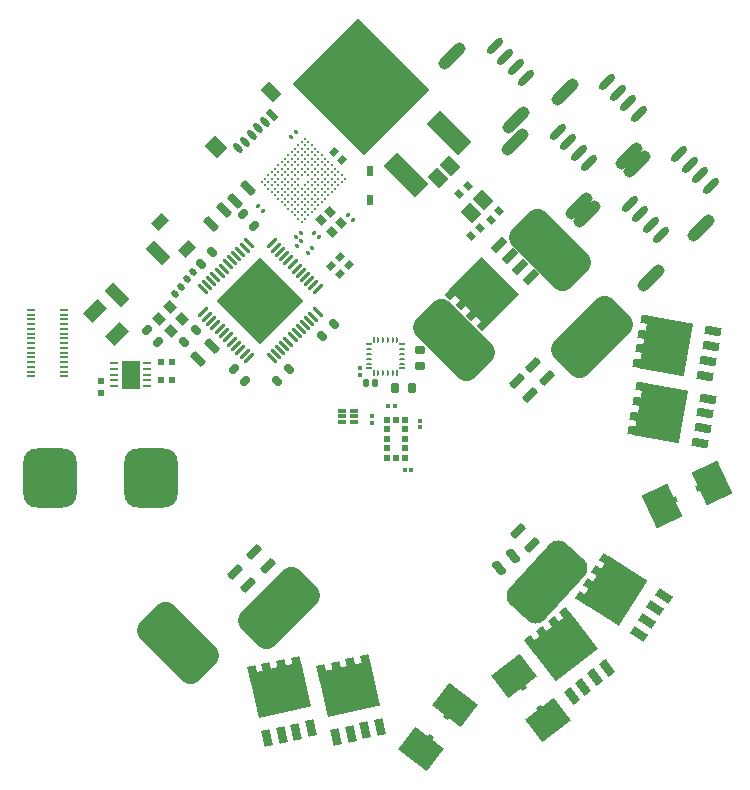
<source format=gtp>
G04 Layer_Color=8421504*
%FSLAX44Y44*%
%MOMM*%
G71*
G01*
G75*
%ADD13C,0.1905*%
G04:AMPARAMS|DCode=14|XSize=4mm|YSize=7mm|CornerRadius=1mm|HoleSize=0mm|Usage=FLASHONLY|Rotation=135.000|XOffset=0mm|YOffset=0mm|HoleType=Round|Shape=RoundedRectangle|*
%AMROUNDEDRECTD14*
21,1,4.0000,5.0000,0,0,135.0*
21,1,2.0000,7.0000,0,0,135.0*
1,1,2.0000,1.0607,2.4749*
1,1,2.0000,2.4749,1.0607*
1,1,2.0000,-1.0607,-2.4749*
1,1,2.0000,-2.4749,-1.0607*
%
%ADD14ROUNDEDRECTD14*%
G04:AMPARAMS|DCode=15|XSize=0.508mm|YSize=0.6096mm|CornerRadius=0.127mm|HoleSize=0mm|Usage=FLASHONLY|Rotation=225.000|XOffset=0mm|YOffset=0mm|HoleType=Round|Shape=RoundedRectangle|*
%AMROUNDEDRECTD15*
21,1,0.5080,0.3556,0,0,225.0*
21,1,0.2540,0.6096,0,0,225.0*
1,1,0.2540,-0.2155,0.0359*
1,1,0.2540,-0.0359,0.2155*
1,1,0.2540,0.2155,-0.0359*
1,1,0.2540,0.0359,-0.2155*
%
%ADD15ROUNDEDRECTD15*%
G04:AMPARAMS|DCode=16|XSize=4mm|YSize=7mm|CornerRadius=1mm|HoleSize=0mm|Usage=FLASHONLY|Rotation=225.000|XOffset=0mm|YOffset=0mm|HoleType=Round|Shape=RoundedRectangle|*
%AMROUNDEDRECTD16*
21,1,4.0000,5.0000,0,0,225.0*
21,1,2.0000,7.0000,0,0,225.0*
1,1,2.0000,-2.4749,1.0607*
1,1,2.0000,-1.0607,2.4749*
1,1,2.0000,2.4749,-1.0607*
1,1,2.0000,1.0607,-2.4749*
%
%ADD16ROUNDEDRECTD16*%
G04:AMPARAMS|DCode=17|XSize=1.62mm|YSize=3.81mm|CornerRadius=0mm|HoleSize=0mm|Usage=FLASHONLY|Rotation=225.000|XOffset=0mm|YOffset=0mm|HoleType=Round|Shape=Rectangle|*
%AMROTATEDRECTD17*
4,1,4,-0.7743,1.9198,1.9198,-0.7743,0.7743,-1.9198,-1.9198,0.7743,-0.7743,1.9198,0.0*
%
%ADD17ROTATEDRECTD17*%

G04:AMPARAMS|DCode=18|XSize=7.87mm|YSize=8.51mm|CornerRadius=0mm|HoleSize=0mm|Usage=FLASHONLY|Rotation=225.000|XOffset=0mm|YOffset=0mm|HoleType=Round|Shape=Rectangle|*
%AMROTATEDRECTD18*
4,1,4,-0.2263,5.7912,5.7912,-0.2263,0.2263,-5.7912,-5.7912,0.2263,-0.2263,5.7912,0.0*
%
%ADD18ROTATEDRECTD18*%

G04:AMPARAMS|DCode=19|XSize=3.85mm|YSize=4.52mm|CornerRadius=0mm|HoleSize=0mm|Usage=FLASHONLY|Rotation=102.602|XOffset=0mm|YOffset=0mm|HoleType=Round|Shape=Rectangle|*
%AMROTATEDRECTD19*
4,1,4,2.6255,-1.3856,-1.7856,-2.3717,-2.6255,1.3856,1.7856,2.3717,2.6255,-1.3856,0.0*
%
%ADD19ROTATEDRECTD19*%

G04:AMPARAMS|DCode=20|XSize=0.71mm|YSize=1.37mm|CornerRadius=0mm|HoleSize=0mm|Usage=FLASHONLY|Rotation=192.602|XOffset=0mm|YOffset=0mm|HoleType=Round|Shape=Rectangle|*
%AMROTATEDRECTD20*
4,1,4,0.1970,0.7460,0.4959,-0.5910,-0.1970,-0.7460,-0.4959,0.5910,0.1970,0.7460,0.0*
%
%ADD20ROTATEDRECTD20*%

G04:AMPARAMS|DCode=21|XSize=3.05mm|YSize=2.4mm|CornerRadius=0mm|HoleSize=0mm|Usage=FLASHONLY|Rotation=142.500|XOffset=0mm|YOffset=0mm|HoleType=Round|Shape=Rectangle|*
%AMROTATEDRECTD21*
4,1,4,1.9404,0.0237,0.4793,-1.8804,-1.9404,-0.0237,-0.4793,1.8804,1.9404,0.0237,0.0*
%
%ADD21ROTATEDRECTD21*%

%ADD22P,0.7071X4X187.5*%
G04:AMPARAMS|DCode=23|XSize=3.05mm|YSize=2.4mm|CornerRadius=0mm|HoleSize=0mm|Usage=FLASHONLY|Rotation=217.500|XOffset=0mm|YOffset=0mm|HoleType=Round|Shape=Rectangle|*
%AMROTATEDRECTD23*
4,1,4,0.4793,1.8804,1.9404,-0.0237,-0.4793,-1.8804,-1.9404,0.0237,0.4793,1.8804,0.0*
%
%ADD23ROTATEDRECTD23*%

%ADD24P,0.7071X4X262.5*%
G04:AMPARAMS|DCode=25|XSize=3.85mm|YSize=4.52mm|CornerRadius=0mm|HoleSize=0mm|Usage=FLASHONLY|Rotation=127.500|XOffset=0mm|YOffset=0mm|HoleType=Round|Shape=Rectangle|*
%AMROTATEDRECTD25*
4,1,4,2.9649,-0.1514,-0.6211,-2.9030,-2.9649,0.1514,0.6211,2.9030,2.9649,-0.1514,0.0*
%
%ADD25ROTATEDRECTD25*%

G04:AMPARAMS|DCode=26|XSize=0.71mm|YSize=1.37mm|CornerRadius=0mm|HoleSize=0mm|Usage=FLASHONLY|Rotation=217.500|XOffset=0mm|YOffset=0mm|HoleType=Round|Shape=Rectangle|*
%AMROTATEDRECTD26*
4,1,4,-0.1354,0.7596,0.6986,-0.3273,0.1354,-0.7596,-0.6986,0.3273,-0.1354,0.7596,0.0*
%
%ADD26ROTATEDRECTD26*%

G04:AMPARAMS|DCode=27|XSize=4mm|YSize=7mm|CornerRadius=1mm|HoleSize=0mm|Usage=FLASHONLY|Rotation=317.500|XOffset=0mm|YOffset=0mm|HoleType=Round|Shape=RoundedRectangle|*
%AMROUNDEDRECTD27*
21,1,4.0000,5.0000,0,0,317.5*
21,1,2.0000,7.0000,0,0,317.5*
1,1,2.0000,-0.9517,-2.5188*
1,1,2.0000,-2.4263,-1.1676*
1,1,2.0000,0.9517,2.5188*
1,1,2.0000,2.4263,1.1676*
%
%ADD27ROUNDEDRECTD27*%
G04:AMPARAMS|DCode=28|XSize=0.7112mm|YSize=1.3208mm|CornerRadius=0.1778mm|HoleSize=0mm|Usage=FLASHONLY|Rotation=135.000|XOffset=0mm|YOffset=0mm|HoleType=Round|Shape=RoundedRectangle|*
%AMROUNDEDRECTD28*
21,1,0.7112,0.9652,0,0,135.0*
21,1,0.3556,1.3208,0,0,135.0*
1,1,0.3556,0.2155,0.4670*
1,1,0.3556,0.4670,0.2155*
1,1,0.3556,-0.2155,-0.4670*
1,1,0.3556,-0.4670,-0.2155*
%
%ADD28ROUNDEDRECTD28*%
G04:AMPARAMS|DCode=29|XSize=3.05mm|YSize=2.4mm|CornerRadius=0mm|HoleSize=0mm|Usage=FLASHONLY|Rotation=295.000|XOffset=0mm|YOffset=0mm|HoleType=Round|Shape=Rectangle|*
%AMROTATEDRECTD29*
4,1,4,-1.7321,0.8750,0.4431,1.8893,1.7321,-0.8750,-0.4431,-1.8893,-1.7321,0.8750,0.0*
%
%ADD29ROTATEDRECTD29*%

%ADD30P,0.7071X4X340.0*%
G04:AMPARAMS|DCode=32|XSize=0.7112mm|YSize=1.3208mm|CornerRadius=0.1778mm|HoleSize=0mm|Usage=FLASHONLY|Rotation=135.000|XOffset=0mm|YOffset=0mm|HoleType=Round|Shape=RoundedRectangle|*
%AMROUNDEDRECTD32*
21,1,0.7112,0.9652,0,0,135.0*
21,1,0.3556,1.3208,0,0,135.0*
1,1,0.3556,0.2155,0.4670*
1,1,0.3556,0.4670,0.2155*
1,1,0.3556,-0.2155,-0.4670*
1,1,0.3556,-0.4670,-0.2155*
%
%ADD32ROUNDEDRECTD32*%
G04:AMPARAMS|DCode=33|XSize=0.508mm|YSize=0.6096mm|CornerRadius=0mm|HoleSize=0mm|Usage=FLASHONLY|Rotation=45.000|XOffset=0mm|YOffset=0mm|HoleType=Round|Shape=Rectangle|*
%AMROTATEDRECTD33*
4,1,4,0.0359,-0.3951,-0.3951,0.0359,-0.0359,0.3951,0.3951,-0.0359,0.0359,-0.3951,0.0*
%
%ADD33ROTATEDRECTD33*%

G04:AMPARAMS|DCode=34|XSize=1.4mm|YSize=1.1mm|CornerRadius=0mm|HoleSize=0mm|Usage=FLASHONLY|Rotation=135.000|XOffset=0mm|YOffset=0mm|HoleType=Round|Shape=Rectangle|*
%AMROTATEDRECTD34*
4,1,4,0.8839,-0.1061,0.1061,-0.8839,-0.8839,0.1061,-0.1061,0.8839,0.8839,-0.1061,0.0*
%
%ADD34ROTATEDRECTD34*%

G04:AMPARAMS|DCode=35|XSize=1.5mm|YSize=1.2mm|CornerRadius=0mm|HoleSize=0mm|Usage=FLASHONLY|Rotation=135.000|XOffset=0mm|YOffset=0mm|HoleType=Round|Shape=Rectangle|*
%AMROTATEDRECTD35*
4,1,4,0.9546,-0.1061,0.1061,-0.9546,-0.9546,0.1061,-0.1061,0.9546,0.9546,-0.1061,0.0*
%
%ADD35ROTATEDRECTD35*%

G04:AMPARAMS|DCode=36|XSize=0.5mm|YSize=1mm|CornerRadius=0.25mm|HoleSize=0mm|Usage=FLASHONLY|Rotation=45.000|XOffset=0mm|YOffset=0mm|HoleType=Round|Shape=RoundedRectangle|*
%AMROUNDEDRECTD36*
21,1,0.5000,0.5000,0,0,45.0*
21,1,0.0000,1.0000,0,0,45.0*
1,1,0.5000,0.1768,-0.1768*
1,1,0.5000,0.1768,-0.1768*
1,1,0.5000,-0.1768,0.1768*
1,1,0.5000,-0.1768,0.1768*
%
%ADD36ROUNDEDRECTD36*%
G04:AMPARAMS|DCode=37|XSize=0.5mm|YSize=1mm|CornerRadius=0mm|HoleSize=0mm|Usage=FLASHONLY|Rotation=45.000|XOffset=0mm|YOffset=0mm|HoleType=Round|Shape=Rectangle|*
%AMROTATEDRECTD37*
4,1,4,0.1768,-0.5303,-0.5303,0.1768,-0.1768,0.5303,0.5303,-0.1768,0.1768,-0.5303,0.0*
%
%ADD37ROTATEDRECTD37*%

G04:AMPARAMS|DCode=38|XSize=1.5mm|YSize=1mm|CornerRadius=0mm|HoleSize=0mm|Usage=FLASHONLY|Rotation=135.000|XOffset=0mm|YOffset=0mm|HoleType=Round|Shape=Rectangle|*
%AMROTATEDRECTD38*
4,1,4,0.8839,-0.1768,0.1768,-0.8839,-0.8839,0.1768,-0.1768,0.8839,0.8839,-0.1768,0.0*
%
%ADD38ROTATEDRECTD38*%

%ADD39R,0.6096X0.8128*%
G04:AMPARAMS|DCode=40|XSize=0.508mm|YSize=0.6096mm|CornerRadius=0mm|HoleSize=0mm|Usage=FLASHONLY|Rotation=315.000|XOffset=0mm|YOffset=0mm|HoleType=Round|Shape=Rectangle|*
%AMROTATEDRECTD40*
4,1,4,-0.3951,-0.0359,0.0359,0.3951,0.3951,0.0359,-0.0359,-0.3951,-0.3951,-0.0359,0.0*
%
%ADD40ROTATEDRECTD40*%

G04:AMPARAMS|DCode=41|XSize=0.32mm|YSize=0.36mm|CornerRadius=0.08mm|HoleSize=0mm|Usage=FLASHONLY|Rotation=45.000|XOffset=0mm|YOffset=0mm|HoleType=Round|Shape=RoundedRectangle|*
%AMROUNDEDRECTD41*
21,1,0.3200,0.2000,0,0,45.0*
21,1,0.1600,0.3600,0,0,45.0*
1,1,0.1600,0.1273,-0.0141*
1,1,0.1600,0.0141,-0.1273*
1,1,0.1600,-0.1273,0.0141*
1,1,0.1600,-0.0141,0.1273*
%
%ADD41ROUNDEDRECTD41*%
G04:AMPARAMS|DCode=42|XSize=0.75mm|YSize=0.6mm|CornerRadius=0mm|HoleSize=0mm|Usage=FLASHONLY|Rotation=315.000|XOffset=0mm|YOffset=0mm|HoleType=Round|Shape=Rectangle|*
%AMROTATEDRECTD42*
4,1,4,-0.4773,0.0530,-0.0530,0.4773,0.4773,-0.0530,0.0530,-0.4773,-0.4773,0.0530,0.0*
%
%ADD42ROTATEDRECTD42*%

G04:AMPARAMS|DCode=43|XSize=0.32mm|YSize=0.36mm|CornerRadius=0.08mm|HoleSize=0mm|Usage=FLASHONLY|Rotation=135.000|XOffset=0mm|YOffset=0mm|HoleType=Round|Shape=RoundedRectangle|*
%AMROUNDEDRECTD43*
21,1,0.3200,0.2000,0,0,135.0*
21,1,0.1600,0.3600,0,0,135.0*
1,1,0.1600,0.0141,0.1273*
1,1,0.1600,0.1273,0.0141*
1,1,0.1600,-0.0141,-0.1273*
1,1,0.1600,-0.1273,-0.0141*
%
%ADD43ROUNDEDRECTD43*%
G04:AMPARAMS|DCode=44|XSize=4.5mm|YSize=5mm|CornerRadius=1.125mm|HoleSize=0mm|Usage=FLASHONLY|Rotation=180.000|XOffset=0mm|YOffset=0mm|HoleType=Round|Shape=RoundedRectangle|*
%AMROUNDEDRECTD44*
21,1,4.5000,2.7500,0,0,180.0*
21,1,2.2500,5.0000,0,0,180.0*
1,1,2.2500,-1.1250,1.3750*
1,1,2.2500,1.1250,1.3750*
1,1,2.2500,1.1250,-1.3750*
1,1,2.2500,-1.1250,-1.3750*
%
%ADD44ROUNDEDRECTD44*%
G04:AMPARAMS|DCode=45|XSize=0.7112mm|YSize=1.3208mm|CornerRadius=0.1778mm|HoleSize=0mm|Usage=FLASHONLY|Rotation=45.296|XOffset=0mm|YOffset=0mm|HoleType=Round|Shape=RoundedRectangle|*
%AMROUNDEDRECTD45*
21,1,0.7112,0.9652,0,0,45.3*
21,1,0.3556,1.3208,0,0,45.3*
1,1,0.3556,0.4681,-0.2131*
1,1,0.3556,0.2179,-0.4658*
1,1,0.3556,-0.4681,0.2131*
1,1,0.3556,-0.2179,0.4658*
%
%ADD45ROUNDEDRECTD45*%
%ADD46P,7.3115X4X90.0*%
G04:AMPARAMS|DCode=47|XSize=0.25mm|YSize=1.25mm|CornerRadius=0mm|HoleSize=0mm|Usage=FLASHONLY|Rotation=45.000|XOffset=0mm|YOffset=0mm|HoleType=Round|Shape=Round|*
%AMOVALD47*
21,1,1.0000,0.2500,0.0000,0.0000,135.0*
1,1,0.2500,0.3535,-0.3535*
1,1,0.2500,-0.3535,0.3535*
%
%ADD47OVALD47*%

G04:AMPARAMS|DCode=48|XSize=0.25mm|YSize=1.25mm|CornerRadius=0mm|HoleSize=0mm|Usage=FLASHONLY|Rotation=135.000|XOffset=0mm|YOffset=0mm|HoleType=Round|Shape=Round|*
%AMOVALD48*
21,1,1.0000,0.2500,0.0000,0.0000,225.0*
1,1,0.2500,0.3535,0.3535*
1,1,0.2500,-0.3535,-0.3535*
%
%ADD48OVALD48*%

G04:AMPARAMS|DCode=49|XSize=0.6096mm|YSize=0.9144mm|CornerRadius=0.1524mm|HoleSize=0mm|Usage=FLASHONLY|Rotation=45.000|XOffset=0mm|YOffset=0mm|HoleType=Round|Shape=RoundedRectangle|*
%AMROUNDEDRECTD49*
21,1,0.6096,0.6096,0,0,45.0*
21,1,0.3048,0.9144,0,0,45.0*
1,1,0.3048,0.3233,-0.1078*
1,1,0.3048,0.1078,-0.3233*
1,1,0.3048,-0.3233,0.1078*
1,1,0.3048,-0.1078,0.3233*
%
%ADD49ROUNDEDRECTD49*%
G04:AMPARAMS|DCode=50|XSize=0.915mm|YSize=1.22mm|CornerRadius=0mm|HoleSize=0mm|Usage=FLASHONLY|Rotation=315.000|XOffset=0mm|YOffset=0mm|HoleType=Round|Shape=Rectangle|*
%AMROTATEDRECTD50*
4,1,4,-0.7548,-0.1078,0.1078,0.7548,0.7548,0.1078,-0.1078,-0.7548,-0.7548,-0.1078,0.0*
%
%ADD50ROTATEDRECTD50*%

G04:AMPARAMS|DCode=51|XSize=1.75mm|YSize=1.1mm|CornerRadius=0mm|HoleSize=0mm|Usage=FLASHONLY|Rotation=45.000|XOffset=0mm|YOffset=0mm|HoleType=Round|Shape=Rectangle|*
%AMROTATEDRECTD51*
4,1,4,-0.2298,-1.0076,-1.0076,-0.2298,0.2298,1.0076,1.0076,0.2298,-0.2298,-1.0076,0.0*
%
%ADD51ROTATEDRECTD51*%

G04:AMPARAMS|DCode=52|XSize=0.85mm|YSize=0.8mm|CornerRadius=0mm|HoleSize=0mm|Usage=FLASHONLY|Rotation=315.000|XOffset=0mm|YOffset=0mm|HoleType=Round|Shape=Rectangle|*
%AMROTATEDRECTD52*
4,1,4,-0.5834,0.0177,-0.0177,0.5834,0.5834,-0.0177,0.0177,-0.5834,-0.5834,0.0177,0.0*
%
%ADD52ROTATEDRECTD52*%

G04:AMPARAMS|DCode=53|XSize=0.6096mm|YSize=0.9144mm|CornerRadius=0.1524mm|HoleSize=0mm|Usage=FLASHONLY|Rotation=135.000|XOffset=0mm|YOffset=0mm|HoleType=Round|Shape=RoundedRectangle|*
%AMROUNDEDRECTD53*
21,1,0.6096,0.6096,0,0,135.0*
21,1,0.3048,0.9144,0,0,135.0*
1,1,0.3048,0.1078,0.3233*
1,1,0.3048,0.3233,0.1078*
1,1,0.3048,-0.1078,-0.3233*
1,1,0.3048,-0.3233,-0.1078*
%
%ADD53ROUNDEDRECTD53*%
G04:AMPARAMS|DCode=54|XSize=0.32mm|YSize=0.36mm|CornerRadius=0.08mm|HoleSize=0mm|Usage=FLASHONLY|Rotation=0.000|XOffset=0mm|YOffset=0mm|HoleType=Round|Shape=RoundedRectangle|*
%AMROUNDEDRECTD54*
21,1,0.3200,0.2000,0,0,0.0*
21,1,0.1600,0.3600,0,0,0.0*
1,1,0.1600,0.0800,-0.1000*
1,1,0.1600,-0.0800,-0.1000*
1,1,0.1600,-0.0800,0.1000*
1,1,0.1600,0.0800,0.1000*
%
%ADD54ROUNDEDRECTD54*%
G04:AMPARAMS|DCode=55|XSize=0.32mm|YSize=0.36mm|CornerRadius=0.08mm|HoleSize=0mm|Usage=FLASHONLY|Rotation=270.000|XOffset=0mm|YOffset=0mm|HoleType=Round|Shape=RoundedRectangle|*
%AMROUNDEDRECTD55*
21,1,0.3200,0.2000,0,0,270.0*
21,1,0.1600,0.3600,0,0,270.0*
1,1,0.1600,-0.1000,-0.0800*
1,1,0.1600,-0.1000,0.0800*
1,1,0.1600,0.1000,0.0800*
1,1,0.1600,0.1000,-0.0800*
%
%ADD55ROUNDEDRECTD55*%
%ADD56R,0.5000X0.5000*%
%ADD57R,0.5000X0.5000*%
%ADD58R,0.7300X0.3500*%
G04:AMPARAMS|DCode=59|XSize=0.508mm|YSize=0.6096mm|CornerRadius=0.127mm|HoleSize=0mm|Usage=FLASHONLY|Rotation=180.000|XOffset=0mm|YOffset=0mm|HoleType=Round|Shape=RoundedRectangle|*
%AMROUNDEDRECTD59*
21,1,0.5080,0.3556,0,0,180.0*
21,1,0.2540,0.6096,0,0,180.0*
1,1,0.2540,-0.1270,0.1778*
1,1,0.2540,0.1270,0.1778*
1,1,0.2540,0.1270,-0.1778*
1,1,0.2540,-0.1270,-0.1778*
%
%ADD59ROUNDEDRECTD59*%
G04:AMPARAMS|DCode=60|XSize=0.6096mm|YSize=0.9144mm|CornerRadius=0.1524mm|HoleSize=0mm|Usage=FLASHONLY|Rotation=0.000|XOffset=0mm|YOffset=0mm|HoleType=Round|Shape=RoundedRectangle|*
%AMROUNDEDRECTD60*
21,1,0.6096,0.6096,0,0,0.0*
21,1,0.3048,0.9144,0,0,0.0*
1,1,0.3048,0.1524,-0.3048*
1,1,0.3048,-0.1524,-0.3048*
1,1,0.3048,-0.1524,0.3048*
1,1,0.3048,0.1524,0.3048*
%
%ADD60ROUNDEDRECTD60*%
G04:AMPARAMS|DCode=61|XSize=0.6096mm|YSize=0.9144mm|CornerRadius=0.1524mm|HoleSize=0mm|Usage=FLASHONLY|Rotation=90.000|XOffset=0mm|YOffset=0mm|HoleType=Round|Shape=RoundedRectangle|*
%AMROUNDEDRECTD61*
21,1,0.6096,0.6096,0,0,90.0*
21,1,0.3048,0.9144,0,0,90.0*
1,1,0.3048,0.3048,0.1524*
1,1,0.3048,0.3048,-0.1524*
1,1,0.3048,-0.3048,-0.1524*
1,1,0.3048,-0.3048,0.1524*
%
%ADD61ROUNDEDRECTD61*%
G04:AMPARAMS|DCode=62|XSize=0.457mm|YSize=0.2286mm|CornerRadius=0.08mm|HoleSize=0mm|Usage=FLASHONLY|Rotation=270.000|XOffset=0mm|YOffset=0mm|HoleType=Round|Shape=RoundedRectangle|*
%AMROUNDEDRECTD62*
21,1,0.4570,0.0686,0,0,270.0*
21,1,0.2970,0.2286,0,0,270.0*
1,1,0.1600,-0.0343,-0.1485*
1,1,0.1600,-0.0343,0.1485*
1,1,0.1600,0.0343,0.1485*
1,1,0.1600,0.0343,-0.1485*
%
%ADD62ROUNDEDRECTD62*%
G04:AMPARAMS|DCode=63|XSize=0.457mm|YSize=0.2286mm|CornerRadius=0.0571mm|HoleSize=0mm|Usage=FLASHONLY|Rotation=270.000|XOffset=0mm|YOffset=0mm|HoleType=Round|Shape=RoundedRectangle|*
%AMROUNDEDRECTD63*
21,1,0.4570,0.1143,0,0,270.0*
21,1,0.3427,0.2286,0,0,270.0*
1,1,0.1143,-0.0571,-0.1714*
1,1,0.1143,-0.0571,0.1714*
1,1,0.1143,0.0571,0.1714*
1,1,0.1143,0.0571,-0.1714*
%
%ADD63ROUNDEDRECTD63*%
G04:AMPARAMS|DCode=64|XSize=0.457mm|YSize=0.2286mm|CornerRadius=0.1029mm|HoleSize=0mm|Usage=FLASHONLY|Rotation=270.000|XOffset=0mm|YOffset=0mm|HoleType=Round|Shape=RoundedRectangle|*
%AMROUNDEDRECTD64*
21,1,0.4570,0.0229,0,0,270.0*
21,1,0.2513,0.2286,0,0,270.0*
1,1,0.2057,-0.0114,-0.1256*
1,1,0.2057,-0.0114,0.1256*
1,1,0.2057,0.0114,0.1256*
1,1,0.2057,0.0114,-0.1256*
%
%ADD64ROUNDEDRECTD64*%
G04:AMPARAMS|DCode=65|XSize=0.457mm|YSize=0.2286mm|CornerRadius=0.08mm|HoleSize=0mm|Usage=FLASHONLY|Rotation=0.000|XOffset=0mm|YOffset=0mm|HoleType=Round|Shape=RoundedRectangle|*
%AMROUNDEDRECTD65*
21,1,0.4570,0.0686,0,0,0.0*
21,1,0.2970,0.2286,0,0,0.0*
1,1,0.1600,0.1485,-0.0343*
1,1,0.1600,-0.1485,-0.0343*
1,1,0.1600,-0.1485,0.0343*
1,1,0.1600,0.1485,0.0343*
%
%ADD65ROUNDEDRECTD65*%
G04:AMPARAMS|DCode=66|XSize=0.457mm|YSize=0.2286mm|CornerRadius=0.0571mm|HoleSize=0mm|Usage=FLASHONLY|Rotation=0.000|XOffset=0mm|YOffset=0mm|HoleType=Round|Shape=RoundedRectangle|*
%AMROUNDEDRECTD66*
21,1,0.4570,0.1143,0,0,0.0*
21,1,0.3427,0.2286,0,0,0.0*
1,1,0.1143,0.1714,-0.0571*
1,1,0.1143,-0.1714,-0.0571*
1,1,0.1143,-0.1714,0.0571*
1,1,0.1143,0.1714,0.0571*
%
%ADD66ROUNDEDRECTD66*%
%ADD67R,0.7000X0.2500*%
%ADD68R,1.6500X2.3800*%
%ADD69R,0.6096X0.5080*%
G04:AMPARAMS|DCode=70|XSize=0.71mm|YSize=1.37mm|CornerRadius=0mm|HoleSize=0mm|Usage=FLASHONLY|Rotation=315.000|XOffset=0mm|YOffset=0mm|HoleType=Round|Shape=Rectangle|*
%AMROTATEDRECTD70*
4,1,4,-0.7354,-0.2333,0.2333,0.7354,0.7354,0.2333,-0.2333,-0.7354,-0.7354,-0.2333,0.0*
%
%ADD70ROTATEDRECTD70*%

G04:AMPARAMS|DCode=71|XSize=3.85mm|YSize=4.52mm|CornerRadius=0mm|HoleSize=0mm|Usage=FLASHONLY|Rotation=225.000|XOffset=0mm|YOffset=0mm|HoleType=Round|Shape=Rectangle|*
%AMROTATEDRECTD71*
4,1,4,-0.2369,2.9592,2.9592,-0.2369,0.2369,-2.9592,-2.9592,0.2369,-0.2369,2.9592,0.0*
%
%ADD71ROTATEDRECTD71*%

G04:AMPARAMS|DCode=72|XSize=3.85mm|YSize=4.52mm|CornerRadius=0mm|HoleSize=0mm|Usage=FLASHONLY|Rotation=147.500|XOffset=0mm|YOffset=0mm|HoleType=Round|Shape=Rectangle|*
%AMROTATEDRECTD72*
4,1,4,2.8378,0.8718,0.4092,-2.9404,-2.8378,-0.8718,-0.4092,2.9404,2.8378,0.8718,0.0*
%
%ADD72ROTATEDRECTD72*%

G04:AMPARAMS|DCode=73|XSize=0.71mm|YSize=1.37mm|CornerRadius=0mm|HoleSize=0mm|Usage=FLASHONLY|Rotation=237.500|XOffset=0mm|YOffset=0mm|HoleType=Round|Shape=Rectangle|*
%AMROTATEDRECTD73*
4,1,4,-0.3870,0.6674,0.7685,-0.0687,0.3870,-0.6674,-0.7685,0.0687,-0.3870,0.6674,0.0*
%
%ADD73ROTATEDRECTD73*%

G04:AMPARAMS|DCode=74|XSize=3.85mm|YSize=4.52mm|CornerRadius=0mm|HoleSize=0mm|Usage=FLASHONLY|Rotation=169.830|XOffset=0mm|YOffset=0mm|HoleType=Round|Shape=Rectangle|*
%AMROTATEDRECTD74*
4,1,4,2.2938,1.8846,1.4957,-2.5644,-2.2938,-1.8846,-1.4957,2.5644,2.2938,1.8846,0.0*
%
%ADD74ROTATEDRECTD74*%

G04:AMPARAMS|DCode=75|XSize=0.71mm|YSize=1.37mm|CornerRadius=0mm|HoleSize=0mm|Usage=FLASHONLY|Rotation=259.830|XOffset=0mm|YOffset=0mm|HoleType=Round|Shape=Rectangle|*
%AMROTATEDRECTD75*
4,1,4,-0.6116,0.4704,0.7369,0.2285,0.6116,-0.4704,-0.7369,-0.2285,-0.6116,0.4704,0.0*
%
%ADD75ROTATEDRECTD75*%

G04:AMPARAMS|DCode=76|XSize=3.85mm|YSize=4.52mm|CornerRadius=0mm|HoleSize=0mm|Usage=FLASHONLY|Rotation=169.898|XOffset=0mm|YOffset=0mm|HoleType=Round|Shape=Rectangle|*
%AMROTATEDRECTD76*
4,1,4,2.2916,1.8873,1.4988,-2.5626,-2.2916,-1.8873,-1.4988,2.5626,2.2916,1.8873,0.0*
%
%ADD76ROTATEDRECTD76*%

G04:AMPARAMS|DCode=77|XSize=0.71mm|YSize=1.37mm|CornerRadius=0mm|HoleSize=0mm|Usage=FLASHONLY|Rotation=259.898|XOffset=0mm|YOffset=0mm|HoleType=Round|Shape=Rectangle|*
%AMROTATEDRECTD77*
4,1,4,-0.6121,0.4697,0.7367,0.2293,0.6121,-0.4697,-0.7367,-0.2293,-0.6121,0.4697,0.0*
%
%ADD77ROTATEDRECTD77*%

%ADD78R,0.5080X0.6096*%
%ADD79R,0.7112X0.2032*%
G04:AMPARAMS|DCode=80|XSize=0.7112mm|YSize=1.3208mm|CornerRadius=0.1778mm|HoleSize=0mm|Usage=FLASHONLY|Rotation=220.000|XOffset=0mm|YOffset=0mm|HoleType=Round|Shape=RoundedRectangle|*
%AMROUNDEDRECTD80*
21,1,0.7112,0.9652,0,0,220.0*
21,1,0.3556,1.3208,0,0,220.0*
1,1,0.3556,-0.4464,0.2554*
1,1,0.3556,-0.1740,0.4840*
1,1,0.3556,0.4464,-0.2554*
1,1,0.3556,0.1740,-0.4840*
%
%ADD80ROUNDEDRECTD80*%
G04:AMPARAMS|DCode=81|XSize=2.8194mm|YSize=1.016mm|CornerRadius=0.508mm|HoleSize=0mm|Usage=FLASHONLY|Rotation=45.000|XOffset=0mm|YOffset=0mm|HoleType=Round|Shape=RoundedRectangle|*
%AMROUNDEDRECTD81*
21,1,2.8194,0.0000,0,0,45.0*
21,1,1.8034,1.0160,0,0,45.0*
1,1,1.0160,0.6376,0.6376*
1,1,1.0160,-0.6376,-0.6376*
1,1,1.0160,-0.6376,-0.6376*
1,1,1.0160,0.6376,0.6376*
%
%ADD81ROUNDEDRECTD81*%
G04:AMPARAMS|DCode=82|XSize=0.6096mm|YSize=1.7018mm|CornerRadius=0.3048mm|HoleSize=0mm|Usage=FLASHONLY|Rotation=315.000|XOffset=0mm|YOffset=0mm|HoleType=Round|Shape=RoundedRectangle|*
%AMROUNDEDRECTD82*
21,1,0.6096,1.0922,0,0,315.0*
21,1,0.0000,1.7018,0,0,315.0*
1,1,0.6096,-0.3861,-0.3861*
1,1,0.6096,-0.3861,-0.3861*
1,1,0.6096,0.3861,0.3861*
1,1,0.6096,0.3861,0.3861*
%
%ADD82ROUNDEDRECTD82*%
G04:AMPARAMS|DCode=85|XSize=1mm|YSize=2mm|CornerRadius=0mm|HoleSize=0mm|Usage=FLASHONLY|Rotation=45.000|XOffset=0mm|YOffset=0mm|HoleType=Round|Shape=Rectangle|*
%AMROTATEDRECTD85*
4,1,4,0.3535,-1.0607,-1.0607,0.3535,-0.3535,1.0607,1.0607,-0.3535,0.3535,-1.0607,0.0*
%
%ADD85ROTATEDRECTD85*%

G04:AMPARAMS|DCode=86|XSize=3.85mm|YSize=4.52mm|CornerRadius=0mm|HoleSize=0mm|Usage=FLASHONLY|Rotation=102.500|XOffset=0mm|YOffset=0mm|HoleType=Round|Shape=Rectangle|*
%AMROTATEDRECTD86*
4,1,4,2.6231,-1.3902,-1.7898,-2.3685,-2.6231,1.3902,1.7898,2.3685,2.6231,-1.3902,0.0*
%
%ADD86ROTATEDRECTD86*%

G04:AMPARAMS|DCode=87|XSize=0.71mm|YSize=1.37mm|CornerRadius=0mm|HoleSize=0mm|Usage=FLASHONLY|Rotation=192.500|XOffset=0mm|YOffset=0mm|HoleType=Round|Shape=Rectangle|*
%AMROTATEDRECTD87*
4,1,4,0.1983,0.7456,0.4949,-0.5919,-0.1983,-0.7456,-0.4949,0.5919,0.1983,0.7456,0.0*
%
%ADD87ROTATEDRECTD87*%

D13*
X888179Y924922D02*
D03*
X891008Y922094D02*
D03*
X893836Y919266D02*
D03*
X896665Y916437D02*
D03*
X899493Y913609D02*
D03*
X902322Y910780D02*
D03*
X905150Y907952D02*
D03*
X907978Y905124D02*
D03*
X910807Y902295D02*
D03*
X913635Y899467D02*
D03*
X916464Y896638D02*
D03*
X919292Y893810D02*
D03*
X922121Y890981D02*
D03*
X885351Y922094D02*
D03*
X888179Y919266D02*
D03*
X891008Y916437D02*
D03*
X893836Y913609D02*
D03*
X896665Y910780D02*
D03*
X899493Y907952D02*
D03*
X902321Y905124D02*
D03*
X905150Y902295D02*
D03*
X907978Y899467D02*
D03*
X910807Y896638D02*
D03*
X913635Y893810D02*
D03*
X916464Y890981D02*
D03*
X919292Y888153D02*
D03*
X882523Y919266D02*
D03*
X885351Y916437D02*
D03*
X888179Y913609D02*
D03*
X891008Y910780D02*
D03*
X893836Y907952D02*
D03*
X896665Y905124D02*
D03*
X899493Y902295D02*
D03*
X902321Y899467D02*
D03*
X905150Y896638D02*
D03*
X907978Y893810D02*
D03*
X910807Y890981D02*
D03*
X913635Y888153D02*
D03*
X916464Y885324D02*
D03*
X879694Y916437D02*
D03*
X882523Y913609D02*
D03*
X885351Y910780D02*
D03*
X888179Y907952D02*
D03*
X891008Y905124D02*
D03*
X893836Y902295D02*
D03*
X896665Y899467D02*
D03*
X899493Y896638D02*
D03*
X902322Y893810D02*
D03*
X905150Y890981D02*
D03*
X907978Y888153D02*
D03*
X910807Y885324D02*
D03*
X913635Y882496D02*
D03*
X876866Y913609D02*
D03*
X879694Y910780D02*
D03*
X882523Y907952D02*
D03*
X885351Y905124D02*
D03*
X888179Y902295D02*
D03*
X891008Y899467D02*
D03*
X893836Y896638D02*
D03*
X896665Y893810D02*
D03*
X899493Y890981D02*
D03*
X902321Y888153D02*
D03*
X905150Y885324D02*
D03*
X907978Y882496D02*
D03*
X910807Y879668D02*
D03*
X874037Y910780D02*
D03*
X876866Y907952D02*
D03*
X879694Y905124D02*
D03*
X882523Y902295D02*
D03*
X885351Y899467D02*
D03*
X888179Y896638D02*
D03*
X891008Y893810D02*
D03*
X893836Y890981D02*
D03*
X896665Y888153D02*
D03*
X899493Y885324D02*
D03*
X902321Y882496D02*
D03*
X905150Y879668D02*
D03*
X907978Y876839D02*
D03*
X871209Y907952D02*
D03*
X874037Y905124D02*
D03*
X876866Y902295D02*
D03*
X879694Y899467D02*
D03*
X882523Y896638D02*
D03*
X885351Y893810D02*
D03*
X891008Y888153D02*
D03*
X893836Y885324D02*
D03*
X896665Y882496D02*
D03*
X899493Y879668D02*
D03*
X902322Y876839D02*
D03*
X905150Y874011D02*
D03*
X868380Y905124D02*
D03*
X871209Y902295D02*
D03*
X874037Y899467D02*
D03*
X876866Y896638D02*
D03*
X879694Y893810D02*
D03*
X882523Y890981D02*
D03*
X888179Y885324D02*
D03*
X891008Y882496D02*
D03*
X893836Y879668D02*
D03*
X896665Y876839D02*
D03*
X899493Y874011D02*
D03*
X902321Y871182D02*
D03*
X865552Y902295D02*
D03*
X868380Y899467D02*
D03*
X871209Y896638D02*
D03*
X874037Y893810D02*
D03*
X876866Y890981D02*
D03*
X879694Y888153D02*
D03*
X882523Y885324D02*
D03*
X885351Y882496D02*
D03*
X888179Y879668D02*
D03*
X891008Y876839D02*
D03*
X893836Y874011D02*
D03*
X896665Y871182D02*
D03*
X899493Y868354D02*
D03*
X862723Y899467D02*
D03*
X865552Y896638D02*
D03*
X868380Y893810D02*
D03*
X871209Y890981D02*
D03*
X874037Y888153D02*
D03*
X876866Y885324D02*
D03*
X879694Y882496D02*
D03*
X882523Y879668D02*
D03*
X885351Y876839D02*
D03*
X888179Y874011D02*
D03*
X891008Y871182D02*
D03*
X893836Y868354D02*
D03*
X896665Y865526D02*
D03*
X859895Y896638D02*
D03*
X862723Y893810D02*
D03*
X865552Y890981D02*
D03*
X868380Y888153D02*
D03*
X871209Y885324D02*
D03*
X874037Y882496D02*
D03*
X876866Y879668D02*
D03*
X879694Y876839D02*
D03*
X882523Y874011D02*
D03*
X885351Y871182D02*
D03*
X888179Y868354D02*
D03*
X891008Y865526D02*
D03*
X893836Y862697D02*
D03*
X857067Y893810D02*
D03*
X859895Y890981D02*
D03*
X862724Y888153D02*
D03*
X865552Y885324D02*
D03*
X868380Y882496D02*
D03*
X871209Y879668D02*
D03*
X874037Y876839D02*
D03*
X876866Y874011D02*
D03*
X879694Y871182D02*
D03*
X882523Y868354D02*
D03*
X885351Y865526D02*
D03*
X888179Y862697D02*
D03*
X891008Y859869D02*
D03*
X854238Y890981D02*
D03*
X857067Y888153D02*
D03*
X859895Y885324D02*
D03*
X862724Y882496D02*
D03*
X865552Y879668D02*
D03*
X868380Y876839D02*
D03*
X871209Y874011D02*
D03*
X874037Y871182D02*
D03*
X876866Y868354D02*
D03*
X879694Y865526D02*
D03*
X882523Y862697D02*
D03*
X885351Y859869D02*
D03*
X888179Y857040D02*
D03*
X851410Y888153D02*
D03*
X854238Y885324D02*
D03*
X857067Y882496D02*
D03*
X859895Y879668D02*
D03*
X862723Y876839D02*
D03*
X865552Y874011D02*
D03*
X868380Y871182D02*
D03*
X871209Y868354D02*
D03*
X874037Y865526D02*
D03*
X876866Y862697D02*
D03*
X879694Y859869D02*
D03*
X882523Y857040D02*
D03*
X885351Y854212D02*
D03*
D14*
X866140Y527050D02*
D03*
X1131570Y756920D02*
D03*
D15*
X777836Y793131D02*
D03*
X783493Y798788D02*
D03*
X793653Y811488D02*
D03*
X787996Y805831D02*
D03*
D16*
X781050Y497840D02*
D03*
X1014730Y754380D02*
D03*
X1096010Y830580D02*
D03*
D17*
X974090Y894080D02*
D03*
X1010011Y930001D02*
D03*
D18*
X935482Y968609D02*
D03*
D19*
X866607Y457581D02*
D03*
D20*
X844046Y471186D02*
D03*
X856440Y473957D02*
D03*
X868833Y476728D02*
D03*
X881228Y479499D02*
D03*
X893315Y425434D02*
D03*
X880920Y422663D02*
D03*
X868526Y419892D02*
D03*
X856132Y417121D02*
D03*
D21*
X1015066Y445364D02*
D03*
X986454Y408076D02*
D03*
D22*
X993805Y417246D02*
D03*
X1008112Y435890D02*
D03*
D23*
X1065194Y469494D02*
D03*
X1093806Y432206D02*
D03*
D24*
X1086851Y441680D02*
D03*
X1072545Y460324D02*
D03*
D25*
X1106350Y494340D02*
D03*
D26*
X1080158Y497182D02*
D03*
X1090233Y504913D02*
D03*
X1100309Y512644D02*
D03*
X1110384Y520376D02*
D03*
X1144110Y476424D02*
D03*
X1134034Y468693D02*
D03*
X1123959Y460961D02*
D03*
X1113883Y453230D02*
D03*
D27*
X1093123Y549341D02*
D03*
D28*
X1080077Y581083D02*
D03*
X1068763Y592397D02*
D03*
X1081463Y733367D02*
D03*
X1092777Y722053D02*
D03*
X845243Y574617D02*
D03*
X856557Y563303D02*
D03*
X828733Y558107D02*
D03*
X840047Y546793D02*
D03*
D29*
X1190282Y613638D02*
D03*
X1232878Y633502D02*
D03*
D30*
X1222123Y628762D02*
D03*
X1200825Y618831D02*
D03*
D32*
X1078807Y708083D02*
D03*
X1067493Y719397D02*
D03*
D33*
X1052612Y863382D02*
D03*
X1045484Y856254D02*
D03*
X1025885Y884915D02*
D03*
X1018758Y877788D02*
D03*
X1036102Y849412D02*
D03*
X1028974Y842284D02*
D03*
D34*
X1028477Y862107D02*
D03*
X1039083Y872713D02*
D03*
X1000537Y891317D02*
D03*
X1011143Y901923D02*
D03*
D35*
X812654Y917407D02*
D03*
D36*
X831850Y916596D02*
D03*
X837507Y922253D02*
D03*
X843164Y927909D02*
D03*
X848820Y933566D02*
D03*
X854477Y939223D02*
D03*
D37*
X860134Y944880D02*
D03*
D38*
X859322Y964077D02*
D03*
D39*
X943610Y872625D02*
D03*
X943610Y897824D02*
D03*
D40*
X912714Y913456D02*
D03*
X919841Y906329D02*
D03*
X925170Y817824D02*
D03*
X918042Y824952D02*
D03*
X917550Y810204D02*
D03*
X910422Y817332D02*
D03*
D41*
X880434Y930020D02*
D03*
X876475Y926060D02*
D03*
X884630Y845260D02*
D03*
X880670Y841300D02*
D03*
X881179Y834244D02*
D03*
X885138Y838204D02*
D03*
X894404Y832230D02*
D03*
X890445Y828270D02*
D03*
D42*
X901896Y855617D02*
D03*
X908967Y862688D02*
D03*
X911442Y846071D02*
D03*
X918513Y853142D02*
D03*
D43*
X924735Y860170D02*
D03*
X928694Y856210D02*
D03*
X895708Y845114D02*
D03*
X899668Y841154D02*
D03*
X848535Y867790D02*
D03*
X852494Y863830D02*
D03*
D44*
X672510Y637540D02*
D03*
X757510Y637540D02*
D03*
D45*
X828763Y871884D02*
D03*
X840018Y883256D02*
D03*
X819705Y864199D02*
D03*
X808435Y852841D02*
D03*
X797868Y738233D02*
D03*
X809181Y749547D02*
D03*
D46*
X850300Y787454D02*
D03*
D47*
X801686Y797177D02*
D03*
X805222Y800712D02*
D03*
X808757Y804248D02*
D03*
X812293Y807783D02*
D03*
X815828Y811319D02*
D03*
X819364Y814854D02*
D03*
X822899Y818390D02*
D03*
X826435Y821925D02*
D03*
X829970Y825461D02*
D03*
X833506Y828996D02*
D03*
X837041Y832532D02*
D03*
X840577Y836067D02*
D03*
X898913Y777731D02*
D03*
X895378Y774196D02*
D03*
X891842Y770660D02*
D03*
X888307Y767124D02*
D03*
X884771Y763589D02*
D03*
X881236Y760053D02*
D03*
X877700Y756518D02*
D03*
X874165Y752982D02*
D03*
X870629Y749447D02*
D03*
X867094Y745911D02*
D03*
X863558Y742376D02*
D03*
X860023Y738840D02*
D03*
D48*
Y836067D02*
D03*
X863558Y832532D02*
D03*
X867094Y828996D02*
D03*
X870629Y825461D02*
D03*
X874165Y821925D02*
D03*
X877700Y818390D02*
D03*
X881236Y814854D02*
D03*
X884771Y811319D02*
D03*
X888307Y807783D02*
D03*
X891842Y804248D02*
D03*
X895378Y800712D02*
D03*
X898913Y797177D02*
D03*
X840577Y738840D02*
D03*
X837042Y742376D02*
D03*
X833506Y745911D02*
D03*
X829970Y749447D02*
D03*
X826435Y752982D02*
D03*
X822899Y756518D02*
D03*
X819364Y760053D02*
D03*
X815828Y763589D02*
D03*
X812293Y767124D02*
D03*
X808757Y770660D02*
D03*
X805222Y774196D02*
D03*
X801686Y777731D02*
D03*
D49*
X799845Y818950D02*
D03*
X809744Y828849D02*
D03*
X795774Y762810D02*
D03*
X785875Y752910D02*
D03*
X902715Y757990D02*
D03*
X912614Y767889D02*
D03*
X874514Y729790D02*
D03*
X864615Y719890D02*
D03*
D50*
X788433Y831371D02*
D03*
X765276Y854529D02*
D03*
D51*
X710159Y778836D02*
D03*
X729250Y759744D02*
D03*
D52*
X764285Y771960D02*
D03*
X774184Y781860D02*
D03*
X784344Y771700D02*
D03*
X774445Y761800D02*
D03*
D53*
X764024Y752910D02*
D03*
X754125Y762810D02*
D03*
X827785Y729790D02*
D03*
X837684Y719890D02*
D03*
X845304Y850700D02*
D03*
X835405Y860600D02*
D03*
D54*
X958590Y698500D02*
D03*
X964190D02*
D03*
X978160Y643890D02*
D03*
X972560D02*
D03*
D55*
X985520Y686060D02*
D03*
Y680460D02*
D03*
X944880Y689870D02*
D03*
Y684270D02*
D03*
X934720Y724910D02*
D03*
Y730510D02*
D03*
D56*
X965200Y654560D02*
D03*
Y686560D02*
D03*
D57*
X973200Y654560D02*
D03*
Y662560D02*
D03*
Y670560D02*
D03*
Y678560D02*
D03*
Y686560D02*
D03*
X957200D02*
D03*
Y678560D02*
D03*
Y670560D02*
D03*
Y662560D02*
D03*
Y654560D02*
D03*
D58*
X929910Y684610D02*
D03*
Y689610D02*
D03*
Y694610D02*
D03*
X919210Y684610D02*
D03*
Y689610D02*
D03*
Y694610D02*
D03*
D59*
X939610Y717550D02*
D03*
X947610D02*
D03*
D60*
X964550Y713432D02*
D03*
X978550Y713432D02*
D03*
D61*
X985520Y732140D02*
D03*
X985520Y746140D02*
D03*
D62*
X946310Y754410D02*
D03*
X966470Y726410D02*
D03*
X946310Y726410D02*
D03*
D63*
X950310Y754410D02*
D03*
X954310Y754410D02*
D03*
X958342D02*
D03*
X962406D02*
D03*
Y726410D02*
D03*
X958342Y726410D02*
D03*
X954310D02*
D03*
X950310Y726410D02*
D03*
D64*
X966470Y754410D02*
D03*
D65*
X970310Y750570D02*
D03*
X970310Y730410D02*
D03*
X942310D02*
D03*
Y750570D02*
D03*
D66*
X970310Y746506D02*
D03*
X970310Y742442D02*
D03*
Y738410D02*
D03*
X970310Y734410D02*
D03*
X942310Y734410D02*
D03*
X942310Y738410D02*
D03*
Y742442D02*
D03*
Y746506D02*
D03*
D67*
X726680Y735090D02*
D03*
Y730090D02*
D03*
Y725090D02*
D03*
Y720090D02*
D03*
Y715090D02*
D03*
X754380Y735090D02*
D03*
Y730090D02*
D03*
Y725090D02*
D03*
Y720090D02*
D03*
Y715090D02*
D03*
D68*
X740530Y725090D02*
D03*
D69*
X715518Y709850D02*
D03*
Y719930D02*
D03*
D70*
X1079537Y807486D02*
D03*
X1070557Y816467D02*
D03*
X1061577Y825447D02*
D03*
X1052596Y834427D02*
D03*
X1013423Y795254D02*
D03*
X1022403Y786273D02*
D03*
X1031383Y777293D02*
D03*
X1040364Y768313D02*
D03*
D71*
X1039762Y794652D02*
D03*
D72*
X1150124Y541682D02*
D03*
D73*
X1124539Y535394D02*
D03*
X1131363Y546105D02*
D03*
X1138186Y556816D02*
D03*
X1145010Y567527D02*
D03*
X1191734Y537761D02*
D03*
X1184910Y527050D02*
D03*
X1178086Y516339D02*
D03*
X1171263Y505628D02*
D03*
D74*
X1189529Y692558D02*
D03*
D75*
X1168252Y677020D02*
D03*
X1170494Y689521D02*
D03*
X1172736Y702021D02*
D03*
X1174979Y714522D02*
D03*
X1229508Y704740D02*
D03*
X1227266Y692239D02*
D03*
X1225024Y679739D02*
D03*
X1222781Y667238D02*
D03*
D76*
X1193850Y749377D02*
D03*
D77*
X1172591Y733814D02*
D03*
X1174819Y746317D02*
D03*
X1177046Y758820D02*
D03*
X1179274Y771323D02*
D03*
X1233815Y761606D02*
D03*
X1231587Y749103D02*
D03*
X1229360Y736600D02*
D03*
X1227132Y724097D02*
D03*
D78*
X775970Y735330D02*
D03*
X765890D02*
D03*
X775970Y720090D02*
D03*
X765890D02*
D03*
D79*
X656060Y723646D02*
D03*
X656060Y727456D02*
D03*
X656060Y731520D02*
D03*
X684276Y723646D02*
D03*
X684276Y727456D02*
D03*
X684276Y731520D02*
D03*
X656060Y735584D02*
D03*
X684276D02*
D03*
X656060Y739648D02*
D03*
X684276Y739648D02*
D03*
X684276Y759680D02*
D03*
X656060Y759680D02*
D03*
X684276Y755680D02*
D03*
X656060Y755680D02*
D03*
X684276Y751680D02*
D03*
X656060Y751680D02*
D03*
X684276Y747680D02*
D03*
X656060Y747680D02*
D03*
X684276Y743680D02*
D03*
X656060Y743680D02*
D03*
X684276Y779712D02*
D03*
X656060Y779712D02*
D03*
X684276Y775712D02*
D03*
X656060Y775712D02*
D03*
X684276Y771712D02*
D03*
X656060Y771712D02*
D03*
X684276Y767712D02*
D03*
X656060Y767712D02*
D03*
X684276Y763712D02*
D03*
X656060Y763712D02*
D03*
D80*
X1064573Y571742D02*
D03*
X1052317Y561457D02*
D03*
D81*
X1108013Y964134D02*
D03*
X1162181Y909967D02*
D03*
X1168973Y903174D02*
D03*
X1223140Y849007D02*
D03*
X1012763Y994614D02*
D03*
X1066931Y940447D02*
D03*
X1127063Y861264D02*
D03*
X1181231Y807097D02*
D03*
X1066103Y922224D02*
D03*
X1120271Y868057D02*
D03*
D82*
X1144117Y972578D02*
D03*
X1152917Y963777D02*
D03*
X1161827Y954867D02*
D03*
X1170666Y946029D02*
D03*
X1205077Y911618D02*
D03*
X1213877Y902817D02*
D03*
X1222787Y893908D02*
D03*
X1231626Y885069D02*
D03*
X1048867Y1003058D02*
D03*
X1057667Y994257D02*
D03*
X1066577Y985348D02*
D03*
X1075416Y976509D02*
D03*
X1163167Y869708D02*
D03*
X1171967Y860907D02*
D03*
X1180877Y851998D02*
D03*
X1189716Y843159D02*
D03*
X1102207Y930668D02*
D03*
X1111007Y921867D02*
D03*
X1119917Y912958D02*
D03*
X1128756Y904119D02*
D03*
D85*
X764052Y827607D02*
D03*
X728697Y792252D02*
D03*
D86*
X925044Y458855D02*
D03*
D87*
X902506Y472500D02*
D03*
X914905Y475249D02*
D03*
X927304Y477998D02*
D03*
X939703Y480747D02*
D03*
X951694Y426660D02*
D03*
X939295Y423911D02*
D03*
X926896Y421162D02*
D03*
X914497Y418413D02*
D03*
M02*

</source>
